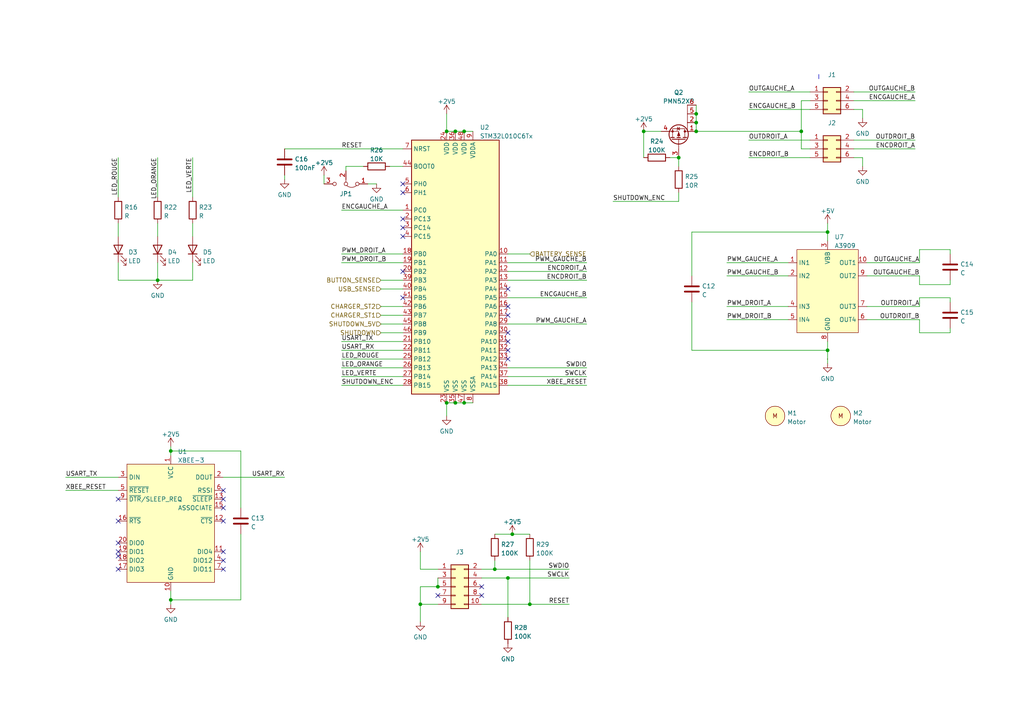
<source format=kicad_sch>
(kicad_sch (version 20211123) (generator eeschema)
  (paper "A4")
  (title_block (title "CPU + Com + Motors") (date "2022-06-08") (rev "1.0") (company "INSA - GEI"))
  (lib_symbols
    (symbol "Connector_Generic:Conn_02x03_Odd_Even" (pin_names (offset 1.016) hide)
      (property "Reference" "J" (at 1.27 5.08 0))
      (property "Value" "Conn_02x03_Odd_Even" (at 1.27 -5.08 0))
      (symbol "Conn_02x03_Odd_Even_1_1"
        (rectangle (start -1.27 -2.413) (end 0 -2.667) (stroke (width 0.1524)))
        (rectangle (start -1.27 0.127) (end 0 -0.127) (stroke (width 0.1524)))
        (rectangle (start -1.27 2.667) (end 0 2.413) (stroke (width 0.1524)))
        (rectangle (start -1.27 3.81) (end 3.81 -3.81) (stroke (width 0.254)) (fill (type background)))
        (rectangle (start 3.81 -2.413) (end 2.54 -2.667) (stroke (width 0.1524)))
        (rectangle (start 3.81 0.127) (end 2.54 -0.127) (stroke (width 0.1524)))
        (rectangle (start 3.81 2.667) (end 2.54 2.413) (stroke (width 0.1524)))
        (pin passive line (at -5.08 2.54 0) (length 3.81) (name "Pin_1") (number "1"))
        (pin passive line (at 7.62 2.54 180) (length 3.81) (name "Pin_2") (number "2"))
        (pin passive line (at -5.08 0 0) (length 3.81) (name "Pin_3") (number "3"))
        (pin passive line (at 7.62 0 180) (length 3.81) (name "Pin_4") (number "4"))
        (pin passive line (at -5.08 -2.54 0) (length 3.81) (name "Pin_5") (number "5"))
        (pin passive line (at 7.62 -2.54 180) (length 3.81) (name "Pin_6") (number "6"))
      )
    )
    (symbol "Connector_Generic:Conn_02x05_Odd_Even" (pin_names (offset 1.016) hide)
      (property "Reference" "J" (at 1.27 7.62 0))
      (property "Value" "Conn_02x05_Odd_Even" (at 1.27 -7.62 0))
      (symbol "Conn_02x05_Odd_Even_1_1"
        (rectangle (start -1.27 -4.953) (end 0 -5.207) (stroke (width 0.1524)))
        (rectangle (start -1.27 -2.413) (end 0 -2.667) (stroke (width 0.1524)))
        (rectangle (start -1.27 0.127) (end 0 -0.127) (stroke (width 0.1524)))
        (rectangle (start -1.27 2.667) (end 0 2.413) (stroke (width 0.1524)))
        (rectangle (start -1.27 5.207) (end 0 4.953) (stroke (width 0.1524)))
        (rectangle (start -1.27 6.35) (end 3.81 -6.35) (stroke (width 0.254)) (fill (type background)))
        (rectangle (start 3.81 -4.953) (end 2.54 -5.207) (stroke (width 0.1524)))
        (rectangle (start 3.81 -2.413) (end 2.54 -2.667) (stroke (width 0.1524)))
        (rectangle (start 3.81 0.127) (end 2.54 -0.127) (stroke (width 0.1524)))
        (rectangle (start 3.81 2.667) (end 2.54 2.413) (stroke (width 0.1524)))
        (rectangle (start 3.81 5.207) (end 2.54 4.953) (stroke (width 0.1524)))
        (pin passive line (at -5.08 5.08 0) (length 3.81) (name "Pin_1") (number "1"))
        (pin passive line (at 7.62 -5.08 180) (length 3.81) (name "Pin_10") (number "10"))
        (pin passive line (at 7.62 5.08 180) (length 3.81) (name "Pin_2") (number "2"))
        (pin passive line (at -5.08 2.54 0) (length 3.81) (name "Pin_3") (number "3"))
        (pin passive line (at 7.62 2.54 180) (length 3.81) (name "Pin_4") (number "4"))
        (pin passive line (at -5.08 0 0) (length 3.81) (name "Pin_5") (number "5"))
        (pin passive line (at 7.62 0 180) (length 3.81) (name "Pin_6") (number "6"))
        (pin passive line (at -5.08 -2.54 0) (length 3.81) (name "Pin_7") (number "7"))
        (pin passive line (at 7.62 -2.54 180) (length 3.81) (name "Pin_8") (number "8"))
        (pin passive line (at -5.08 -5.08 0) (length 3.81) (name "Pin_9") (number "9"))
      )
    )
    (symbol "Device:C" (pin_numbers hide) (pin_names (offset 0.254))
      (property "Reference" "C" (at 0.635 2.54 0))
      (property "Value" "C" (at 0.635 -2.54 0))
      (symbol "C_0_1"
        (polyline (pts (xy -2.032 -0.762) (xy 2.032 -0.762)) (stroke (width 0.508)))
        (polyline (pts (xy -2.032 0.762) (xy 2.032 0.762)) (stroke (width 0.508)))
      )
      (symbol "C_1_1"
        (pin passive line (at 0 3.81 270) (length 2.794) (name "~") (number "1"))
        (pin passive line (at 0 -3.81 90) (length 2.794) (name "~") (number "2"))
      )
    )
    (symbol "Device:LED" (pin_numbers hide) (pin_names (offset 1.016) hide)
      (property "Reference" "D" (at 0 2.54 0))
      (property "Value" "LED" (at 0 -2.54 0))
      (symbol "LED_0_1"
        (polyline (pts (xy -1.27 -1.27) (xy -1.27 1.27)) (stroke (width 0.254)))
        (polyline (pts (xy -1.27 0) (xy 1.27 0)))
        (polyline (pts (xy 1.27 -1.27) (xy 1.27 1.27) (xy -1.27 0) (xy 1.27 -1.27)) (stroke (width 0.254)))
        (polyline (pts (xy -3.048 -0.762) (xy -4.572 -2.286) (xy -3.81 -2.286) (xy -4.572 -2.286) (xy -4.572 -1.524)))
        (polyline (pts (xy -1.778 -0.762) (xy -3.302 -2.286) (xy -2.54 -2.286) (xy -3.302 -2.286) (xy -3.302 -1.524)))
      )
      (symbol "LED_1_1"
        (pin passive line (at -3.81 0 0) (length 2.54) (name "K") (number "1"))
        (pin passive line (at 3.81 0 180) (length 2.54) (name "A") (number "2"))
      )
    )
    (symbol "Device:R" (pin_numbers hide) (pin_names (offset 0))
      (property "Reference" "R" (at 2.032 0 90))
      (property "Value" "R" (at 0 0 90))
      (symbol "R_0_1"
        (rectangle (start -1.016 -2.54) (end 1.016 2.54) (stroke (width 0.254)))
      )
      (symbol "R_1_1"
        (pin passive line (at 0 3.81 270) (length 1.27) (name "~") (number "1"))
        (pin passive line (at 0 -3.81 90) (length 1.27) (name "~") (number "2"))
      )
    )
    (symbol "Insa:A3909"
      (property "Reference" "U" (at -7.62 15.24 0))
      (property "Value" "A3909" (at 6.35 -13.97 0))
      (symbol "A3909_0_1"
        (rectangle (start -8.89 12.7) (end 8.89 -11.43) (stroke (width 0.1524)) (fill (type background)))
        (rectangle (start 0 -19.05) (end 0 -19.05) (stroke (width 0.1524)))
        (rectangle (start 0 -19.05) (end 0 -19.05) (stroke (width 0.1524)))
        (rectangle (start 0 -19.05) (end 0 -19.05) (stroke (width 0.1524)))
        (rectangle (start 0 -19.05) (end 0 -19.05) (stroke (width 0.1524)))
      )
      (symbol "A3909_1_1"
        (pin input line (at -11.43 8.89 0) (length 2.54) (name "IN1") (number "1"))
        (pin output line (at 11.43 8.89 180) (length 2.54) (name "OUT1") (number "10"))
        (pin input line (at -11.43 5.08 0) (length 2.54) (name "IN2") (number "2"))
        (pin power_in line (at 0 15.24 270) (length 2.54) (name "VBB") (number "3"))
        (pin input line (at -11.43 -3.81 0) (length 2.54) (name "IN3") (number "4"))
        (pin input line (at -11.43 -7.62 0) (length 2.54) (name "IN4") (number "5"))
        (pin output line (at 11.43 -7.62 180) (length 2.54) (name "OUT4") (number "6"))
        (pin output line (at 11.43 -3.81 180) (length 2.54) (name "OUT3") (number "7"))
        (pin power_in line (at 0 -13.97 90) (length 2.54) (name "GND") (number "8"))
        (pin output line (at 11.43 5.08 180) (length 2.54) (name "OUT2") (number "9"))
      )
    )
    (symbol "Insa:Motor"
      (property "Reference" "M" (at 0 3.81 0))
      (property "Value" "Motor" (at 0 -5.08 0))
      (symbol "Motor_0_0"
        (text "M" (at 0 0 0) (effects (font (size 1.27 1.27))))
      )
      (symbol "Motor_0_1"
        (circle (center 0 0) (radius 2.8398) (stroke (width 0.1524)) (fill (type background)))
      )
    )
    (symbol "Insa:PMN52XP" (pin_names (offset 0) hide)
      (property "Reference" "Q" (at 5.08 1.27 0))
      (property "Value" "PMN52XP" (at 5.08 -1.27 0))
      (symbol "PMN52XP_0_1"
        (polyline (pts (xy 0.254 0) (xy -2.54 0)))
        (polyline (pts (xy 0.254 1.905) (xy 0.254 -1.905)) (stroke (width 0.254)))
        (polyline (pts (xy 0.762 -1.27) (xy 0.762 -2.286)) (stroke (width 0.254)))
        (polyline (pts (xy 0.762 0.508) (xy 0.762 -0.508)) (stroke (width 0.254)))
        (polyline (pts (xy 0.762 2.286) (xy 0.762 1.27)) (stroke (width 0.254)))
        (polyline (pts (xy 10.16 2.54) (xy 5.08 2.54)) (stroke (width 0.1524)))
        (polyline (pts (xy 2.54 -2.54) (xy 2.54 0) (xy 0.762 0)))
        (polyline (pts (xy 5.08 2.54) (xy 2.54 2.54) (xy 2.54 1.778)))
        (polyline (pts (xy 0.762 1.778) (xy 3.302 1.778) (xy 3.302 -1.778) (xy 0.762 -1.778)))
        (polyline (pts (xy 2.286 0) (xy 1.27 0.381) (xy 1.27 -0.381) (xy 2.286 0)) (fill (type outline)))
        (polyline (pts (xy 2.794 -0.508) (xy 2.921 -0.381) (xy 3.683 -0.381) (xy 3.81 -0.254)))
        (polyline (pts (xy 3.302 -0.381) (xy 2.921 0.254) (xy 3.683 0.254) (xy 3.302 -0.381)))
        (circle (center 1.651 0) (radius 2.794) (stroke (width 0.254)))
        (circle (center 2.54 -1.778) (radius 0.254) (fill (type outline)))
        (circle (center 2.54 1.778) (radius 0.254) (fill (type outline)))
      )
      (symbol "PMN52XP_1_1"
        (pin passive line (at 2.54 5.08 270) (length 2.54) (name "D") (number "1"))
        (pin passive line (at 5.08 5.08 270) (length 2.54) (name "D") (number "2"))
        (pin input line (at -5.08 0 0) (length 2.54) (name "G") (number "3"))
        (pin passive line (at 2.54 -5.08 90) (length 2.54) (name "S") (number "4"))
        (pin passive line (at 7.62 5.08 270) (length 2.54) (name "D") (number "5"))
        (pin passive line (at 10.16 5.08 270) (length 2.54) (name "D") (number "6"))
      )
    )
    (symbol "Insa:XBEE-3"
      (property "Reference" "U" (at -21.59 -17.78 0))
      (property "Value" "XBEE-3" (at -21.59 -17.78 0))
      (symbol "XBEE-3_0_1"
        (rectangle (start -12.7 36.83) (end 12.7 2.54) (stroke (width 0.1524)) (fill (type background)))
      )
      (symbol "XBEE-3_1_1"
        (pin power_in line (at 0 39.37 270) (length 2.54) (name "VCC") (number "1"))
        (pin power_in line (at 0 0 90) (length 2.54) (name "GND") (number "10"))
        (pin bidirectional line (at 15.24 11.43 180) (length 2.54) (name "DIO4") (number "11"))
        (pin output line (at 15.24 20.32 180) (length 2.54) (name "~{CTS}") (number "12"))
        (pin output line (at 15.24 26.67 180) (length 2.54) (name "~{SLEEP}") (number "13"))
        (pin output line (at 15.24 24.13 180) (length 2.54) (name "ASSOCIATE") (number "15"))
        (pin input line (at -15.24 20.32 0) (length 2.54) (name "~{RTS}") (number "16"))
        (pin bidirectional line (at -15.24 6.35 0) (length 2.54) (name "DIO3") (number "17"))
        (pin bidirectional line (at -15.24 8.89 0) (length 2.54) (name "DIO2") (number "18"))
        (pin bidirectional line (at -15.24 11.43 0) (length 2.54) (name "DIO1") (number "19"))
        (pin output line (at 15.24 33.02 180) (length 2.54) (name "DOUT") (number "2"))
        (pin bidirectional line (at -15.24 13.97 0) (length 2.54) (name "DIO0") (number "20"))
        (pin input line (at -15.24 33.02 0) (length 2.54) (name "DIN") (number "3"))
        (pin bidirectional line (at 15.24 8.89 180) (length 2.54) (name "DIO12") (number "4"))
        (pin input line (at -15.24 29.21 0) (length 2.54) (name "~{RESET}") (number "5"))
        (pin output line (at 15.24 29.21 180) (length 2.54) (name "RSSI") (number "6"))
        (pin bidirectional line (at 15.24 6.35 180) (length 2.54) (name "DIO11") (number "7"))
        (pin input line (at -15.24 26.67 0) (length 2.54) (name "~{DTR}/SLEEP_REQ") (number "9"))
      )
    )
    (symbol "Jumper:Jumper_3_Bridged12" (pin_names (offset 0) hide)
      (property "Reference" "JP" (at -2.54 -2.54 0))
      (property "Value" "Jumper_3_Bridged12" (at 0 2.794 0))
      (symbol "Jumper_3_Bridged12_0_0"
        (circle (center -3.302 0) (radius 0.508))
        (circle (center 0 0) (radius 0.508))
        (circle (center 3.302 0) (radius 0.508))
      )
      (symbol "Jumper_3_Bridged12_0_1"
        (arc (start -0.254 0.508) (mid -1.651 0.9912) (end -3.048 0.508))
        (polyline (pts (xy 0 -1.27) (xy 0 -0.508)))
      )
      (symbol "Jumper_3_Bridged12_1_1"
        (pin passive line (at -6.35 0 0) (length 2.54) (name "A") (number "1"))
        (pin passive line (at 0 -3.81 90) (length 2.54) (name "C") (number "2"))
        (pin passive line (at 6.35 0 180) (length 2.54) (name "B") (number "3"))
      )
    )
    (symbol "MCU_ST_STM32L0:STM32L031C6Tx"
      (property "Reference" "U" (at -12.7 36.83 0))
      (property "Value" "STM32L031C6Tx" (at 7.62 36.83 0))
      (symbol "STM32L031C6Tx_0_1"
        (rectangle (start -12.7 -38.1) (end 12.7 35.56) (stroke (width 0.254)) (fill (type background)))
      )
      (symbol "STM32L031C6Tx_1_1"
        (pin bidirectional line (at -15.24 15.24 0) (length 2.54) (name "PC0") (number "1"))
        (pin bidirectional line (at 15.24 2.54 180) (length 2.54) (name "PA0") (number "10"))
        (pin bidirectional line (at 15.24 0 180) (length 2.54) (name "PA1") (number "11"))
        (pin bidirectional line (at 15.24 -2.54 180) (length 2.54) (name "PA2") (number "12"))
        (pin bidirectional line (at 15.24 -5.08 180) (length 2.54) (name "PA3") (number "13"))
        (pin bidirectional line (at 15.24 -7.62 180) (length 2.54) (name "PA4") (number "14"))
        (pin bidirectional line (at 15.24 -10.16 180) (length 2.54) (name "PA5") (number "15"))
        (pin bidirectional line (at 15.24 -12.7 180) (length 2.54) (name "PA6") (number "16"))
        (pin bidirectional line (at 15.24 -15.24 180) (length 2.54) (name "PA7") (number "17"))
        (pin bidirectional line (at -15.24 2.54 0) (length 2.54) (name "PB0") (number "18"))
        (pin bidirectional line (at -15.24 0 0) (length 2.54) (name "PB1") (number "19"))
        (pin bidirectional line (at -15.24 12.7 0) (length 2.54) (name "PC13") (number "2"))
        (pin bidirectional line (at -15.24 -2.54 0) (length 2.54) (name "PB2") (number "20"))
        (pin bidirectional line (at -15.24 -22.86 0) (length 2.54) (name "PB10") (number "21"))
        (pin bidirectional line (at -15.24 -25.4 0) (length 2.54) (name "PB11") (number "22"))
        (pin power_in line (at -2.54 -40.64 90) (length 2.54) (name "VSS") (number "23"))
        (pin power_in line (at -2.54 38.1 270) (length 2.54) (name "VDD") (number "24"))
        (pin bidirectional line (at -15.24 -27.94 0) (length 2.54) (name "PB12") (number "25"))
        (pin bidirectional line (at -15.24 -30.48 0) (length 2.54) (name "PB13") (number "26"))
        (pin bidirectional line (at -15.24 -33.02 0) (length 2.54) (name "PB14") (number "27"))
        (pin bidirectional line (at -15.24 -35.56 0) (length 2.54) (name "PB15") (number "28"))
        (pin bidirectional line (at 15.24 -17.78 180) (length 2.54) (name "PA8") (number "29"))
        (pin bidirectional line (at -15.24 10.16 0) (length 2.54) (name "PC14") (number "3"))
        (pin bidirectional line (at 15.24 -20.32 180) (length 2.54) (name "PA9") (number "30"))
        (pin bidirectional line (at 15.24 -22.86 180) (length 2.54) (name "PA10") (number "31"))
        (pin bidirectional line (at 15.24 -25.4 180) (length 2.54) (name "PA11") (number "32"))
        (pin bidirectional line (at 15.24 -27.94 180) (length 2.54) (name "PA12") (number "33"))
        (pin bidirectional line (at 15.24 -30.48 180) (length 2.54) (name "PA13") (number "34"))
        (pin power_in line (at 0 -40.64 90) (length 2.54) (name "VSS") (number "35"))
        (pin power_in line (at 0 38.1 270) (length 2.54) (name "VDD") (number "36"))
        (pin bidirectional line (at 15.24 -33.02 180) (length 2.54) (name "PA14") (number "37"))
        (pin bidirectional line (at 15.24 -35.56 180) (length 2.54) (name "PA15") (number "38"))
        (pin bidirectional line (at -15.24 -5.08 0) (length 2.54) (name "PB3") (number "39"))
        (pin bidirectional line (at -15.24 7.62 0) (length 2.54) (name "PC15") (number "4"))
        (pin bidirectional line (at -15.24 -7.62 0) (length 2.54) (name "PB4") (number "40"))
        (pin bidirectional line (at -15.24 -10.16 0) (length 2.54) (name "PB5") (number "41"))
        (pin bidirectional line (at -15.24 -12.7 0) (length 2.54) (name "PB6") (number "42"))
        (pin bidirectional line (at -15.24 -15.24 0) (length 2.54) (name "PB7") (number "43"))
        (pin input line (at -15.24 27.94 0) (length 2.54) (name "BOOT0") (number "44"))
        (pin bidirectional line (at -15.24 -17.78 0) (length 2.54) (name "PB8") (number "45"))
        (pin bidirectional line (at -15.24 -20.32 0) (length 2.54) (name "PB9") (number "46"))
        (pin power_in line (at 2.54 -40.64 90) (length 2.54) (name "VSS") (number "47"))
        (pin power_in line (at 2.54 38.1 270) (length 2.54) (name "VDD") (number "48"))
        (pin input line (at -15.24 22.86 0) (length 2.54) (name "PH0") (number "5"))
        (pin input line (at -15.24 20.32 0) (length 2.54) (name "PH1") (number "6"))
        (pin input line (at -15.24 33.02 0) (length 2.54) (name "NRST") (number "7"))
        (pin power_in line (at 5.08 -40.64 90) (length 2.54) (name "VSSA") (number "8"))
        (pin power_in line (at 5.08 38.1 270) (length 2.54) (name "VDDA") (number "9"))
      )
    )
    (symbol "power:+2V5" (power) (pin_names (offset 0))
      (property "Value" "+2V5" (at 0 3.556 0))
      (symbol "+2V5_0_1"
        (polyline (pts (xy -0.762 1.27) (xy 0 2.54)))
        (polyline (pts (xy 0 0) (xy 0 2.54)))
        (polyline (pts (xy 0 2.54) (xy 0.762 1.27)))
      )
      (symbol "+2V5_1_1"
        (pin power_in line (at 0 0 90) (length 0) hide (name "+2V5") (number "1"))
      )
    )
    (symbol "power:+5V" (power) (pin_names (offset 0))
      (property "Value" "+5V" (at 0 3.556 0))
      (symbol "+5V_0_1"
        (polyline (pts (xy -0.762 1.27) (xy 0 2.54)))
        (polyline (pts (xy 0 0) (xy 0 2.54)))
        (polyline (pts (xy 0 2.54) (xy 0.762 1.27)))
      )
      (symbol "+5V_1_1"
        (pin power_in line (at 0 0 90) (length 0) hide (name "+5V") (number "1"))
      )
    )
    (symbol "power:GND" (power) (pin_names (offset 0))
      (property "Value" "GND" (at 0 -3.81 0))
      (symbol "GND_0_1"
        (polyline (pts (xy 0 0) (xy 0 -1.27) (xy 1.27 -1.27) (xy 0 -2.54) (xy -1.27 -1.27) (xy 0 -1.27)))
      )
      (symbol "GND_1_1"
        (pin power_in line (at 0 0 270) (length 0) hide (name "GND") (number "1"))
      )
    )
  )
  (junction (at 240.03 101.6))
  (junction (at 201.93 33.02))
  (junction (at 134.62 116.84))
  (junction (at 49.53 130.81))
  (junction (at 240.03 67.31))
  (junction (at 201.93 38.1))
  (junction (at 45.72 81.28))
  (junction (at 153.67 175.26))
  (junction (at 201.93 35.56))
  (junction (at 129.54 38.1))
  (junction (at 49.53 173.99))
  (junction (at 186.69 38.1))
  (junction (at 127 170.18))
  (junction (at 196.85 45.72))
  (junction (at 147.32 167.64))
  (junction (at 134.62 38.1))
  (junction (at 143.51 165.1))
  (junction (at 232.41 38.1))
  (junction (at 148.59 154.94))
  (junction (at 132.08 116.84))
  (junction (at 132.08 38.1))
  (junction (at 129.54 116.84))
  (junction (at 121.92 175.26))
  (no_connect (at 116.84 68.58))
  (no_connect (at 116.84 78.74))
  (no_connect (at 116.84 86.36))
  (no_connect (at 116.84 53.34))
  (no_connect (at 116.84 55.88))
  (no_connect (at 116.84 63.5))
  (no_connect (at 116.84 66.04))
  (no_connect (at 147.32 83.82))
  (no_connect (at 147.32 88.9))
  (no_connect (at 147.32 91.44))
  (no_connect (at 147.32 96.52))
  (no_connect (at 147.32 99.06))
  (no_connect (at 147.32 101.6))
  (no_connect (at 147.32 104.14))
  (no_connect (at 34.29 144.78))
  (no_connect (at 64.77 151.13))
  (no_connect (at 64.77 160.02))
  (no_connect (at 64.77 162.56))
  (no_connect (at 64.77 165.1))
  (no_connect (at 64.77 142.24))
  (no_connect (at 64.77 144.78))
  (no_connect (at 64.77 147.32))
  (no_connect (at 34.29 165.1))
  (no_connect (at 34.29 161.29))
  (no_connect (at 34.29 160.02))
  (no_connect (at 34.29 157.48))
  (no_connect (at 34.29 151.13))
  (no_connect (at 127 172.72))
  (no_connect (at 139.7 172.72))
  (no_connect (at 139.7 170.18))
  (wire (pts (xy 250.19 31.75) (xy 250.19 34.29)))
  (wire (pts (xy 275.59 82.55) (xy 275.59 81.28)))
  (wire (pts (xy 200.66 67.31) (xy 240.03 67.31)))
  (wire (pts (xy 99.06 73.66) (xy 116.84 73.66)))
  (wire (pts (xy 232.41 43.18) (xy 234.95 43.18)))
  (wire (pts (xy 251.46 88.9) (xy 266.7 88.9)))
  (wire (pts (xy 201.93 35.56) (xy 201.93 38.1)))
  (wire (pts (xy 201.93 30.48) (xy 201.93 33.02)))
  (wire (pts (xy 266.7 88.9) (xy 266.7 86.36)))
  (wire (pts (xy 129.54 116.84) (xy 129.54 120.65)))
  (wire (pts (xy 127 170.18) (xy 121.92 170.18)))
  (wire (pts (xy 247.65 31.75) (xy 250.19 31.75)))
  (wire (pts (xy 121.92 175.26) (xy 121.92 180.34)))
  (wire (pts (xy 82.55 50.8) (xy 82.55 52.07)))
  (wire (pts (xy 19.05 142.24) (xy 34.29 142.24)))
  (wire (pts (xy 99.06 109.22) (xy 116.84 109.22)))
  (wire (pts (xy 129.54 116.84) (xy 132.08 116.84)))
  (wire (pts (xy 232.41 38.1) (xy 232.41 43.18)))
  (wire (pts (xy 247.65 40.64) (xy 265.43 40.64)))
  (wire (pts (xy 200.66 80.01) (xy 200.66 67.31)))
  (wire (pts (xy 147.32 81.28) (xy 170.18 81.28)))
  (wire (pts (xy 64.77 138.43) (xy 82.55 138.43)))
  (wire (pts (xy 69.85 130.81) (xy 69.85 147.32)))
  (wire (pts (xy 99.06 106.68) (xy 116.84 106.68)))
  (wire (pts (xy 217.17 45.72) (xy 234.95 45.72)))
  (wire (pts (xy 196.85 55.88) (xy 196.85 58.42)))
  (wire (pts (xy 147.32 86.36) (xy 170.18 86.36)))
  (wire (pts (xy 55.88 64.77) (xy 55.88 68.58)))
  (wire (pts (xy 266.7 92.71) (xy 266.7 96.52)))
  (wire (pts (xy 275.59 72.39) (xy 275.59 73.66)))
  (wire (pts (xy 275.59 95.25) (xy 275.59 96.52)))
  (wire (pts (xy 49.53 173.99) (xy 69.85 173.99)))
  (wire (pts (xy 210.82 80.01) (xy 228.6 80.01)))
  (wire (pts (xy 45.72 81.28) (xy 55.88 81.28)))
  (wire (pts (xy 148.59 154.94) (xy 153.67 154.94)))
  (wire (pts (xy 93.98 50.8) (xy 93.98 53.34)))
  (wire (pts (xy 147.32 93.98) (xy 170.18 93.98)))
  (wire (pts (xy 110.49 93.98) (xy 116.84 93.98)))
  (wire (pts (xy 129.54 33.02) (xy 129.54 38.1)))
  (wire (pts (xy 127 167.64) (xy 127 170.18)))
  (wire (pts (xy 210.82 88.9) (xy 228.6 88.9)))
  (wire (pts (xy 34.29 45.72) (xy 34.29 57.15)))
  (wire (pts (xy 153.67 175.26) (xy 165.1 175.26)))
  (wire (pts (xy 200.66 87.63) (xy 200.66 101.6)))
  (wire (pts (xy 266.7 80.01) (xy 266.7 82.55)))
  (wire (pts (xy 240.03 99.06) (xy 240.03 101.6)))
  (wire (pts (xy 147.32 111.76) (xy 170.18 111.76)))
  (wire (pts (xy 217.17 40.64) (xy 234.95 40.64)))
  (wire (pts (xy 240.03 64.77) (xy 240.03 67.31)))
  (wire (pts (xy 55.88 81.28) (xy 55.88 76.2)))
  (wire (pts (xy 201.93 33.02) (xy 201.93 35.56)))
  (wire (pts (xy 232.41 29.21) (xy 232.41 38.1)))
  (wire (pts (xy 99.06 99.06) (xy 116.84 99.06)))
  (wire (pts (xy 147.32 73.66) (xy 153.67 73.66)))
  (wire (pts (xy 147.32 106.68) (xy 170.18 106.68)))
  (wire (pts (xy 134.62 38.1) (xy 137.16 38.1)))
  (wire (pts (xy 110.49 83.82) (xy 116.84 83.82)))
  (wire (pts (xy 69.85 154.94) (xy 69.85 173.99)))
  (wire (pts (xy 99.06 104.14) (xy 116.84 104.14)))
  (wire (pts (xy 139.7 165.1) (xy 143.51 165.1)))
  (wire (pts (xy 134.62 116.84) (xy 137.16 116.84)))
  (wire (pts (xy 45.72 45.72) (xy 45.72 57.15)))
  (wire (pts (xy 247.65 26.67) (xy 265.43 26.67)))
  (wire (pts (xy 147.32 167.64) (xy 147.32 179.07)))
  (wire (pts (xy 210.82 92.71) (xy 228.6 92.71)))
  (wire (pts (xy 132.08 38.1) (xy 134.62 38.1)))
  (wire (pts (xy 132.08 116.84) (xy 134.62 116.84)))
  (wire (pts (xy 247.65 45.72) (xy 250.19 45.72)))
  (wire (pts (xy 121.92 170.18) (xy 121.92 175.26)))
  (wire (pts (xy 49.53 173.99) (xy 49.53 175.26)))
  (polyline (pts (xy 237.49 21.59) (xy 237.49 22.86)))
  (wire (pts (xy 99.06 76.2) (xy 116.84 76.2)))
  (wire (pts (xy 139.7 175.26) (xy 153.67 175.26)))
  (wire (pts (xy 275.59 86.36) (xy 275.59 87.63)))
  (wire (pts (xy 110.49 91.44) (xy 116.84 91.44)))
  (wire (pts (xy 99.06 111.76) (xy 116.84 111.76)))
  (wire (pts (xy 217.17 26.67) (xy 234.95 26.67)))
  (wire (pts (xy 143.51 162.56) (xy 143.51 165.1)))
  (wire (pts (xy 250.19 45.72) (xy 250.19 48.26)))
  (wire (pts (xy 240.03 67.31) (xy 240.03 69.85)))
  (wire (pts (xy 49.53 171.45) (xy 49.53 173.99)))
  (wire (pts (xy 251.46 76.2) (xy 266.7 76.2)))
  (wire (pts (xy 110.49 88.9) (xy 116.84 88.9)))
  (wire (pts (xy 194.31 45.72) (xy 196.85 45.72)))
  (wire (pts (xy 247.65 43.18) (xy 265.43 43.18)))
  (wire (pts (xy 217.17 31.75) (xy 234.95 31.75)))
  (wire (pts (xy 129.54 38.1) (xy 132.08 38.1)))
  (wire (pts (xy 49.53 129.54) (xy 49.53 130.81)))
  (wire (pts (xy 19.05 138.43) (xy 34.29 138.43)))
  (wire (pts (xy 55.88 45.72) (xy 55.88 57.15)))
  (wire (pts (xy 82.55 43.18) (xy 116.84 43.18)))
  (wire (pts (xy 143.51 154.94) (xy 148.59 154.94)))
  (wire (pts (xy 240.03 101.6) (xy 240.03 105.41)))
  (wire (pts (xy 143.51 165.1) (xy 165.1 165.1)))
  (wire (pts (xy 186.69 45.72) (xy 186.69 38.1)))
  (wire (pts (xy 153.67 162.56) (xy 153.67 175.26)))
  (wire (pts (xy 147.32 78.74) (xy 170.18 78.74)))
  (wire (pts (xy 45.72 64.77) (xy 45.72 68.58)))
  (wire (pts (xy 201.93 38.1) (xy 232.41 38.1)))
  (wire (pts (xy 210.82 76.2) (xy 228.6 76.2)))
  (wire (pts (xy 266.7 96.52) (xy 275.59 96.52)))
  (wire (pts (xy 106.68 53.34) (xy 109.22 53.34)))
  (wire (pts (xy 266.7 82.55) (xy 275.59 82.55)))
  (wire (pts (xy 100.33 48.26) (xy 100.33 49.53)))
  (wire (pts (xy 266.7 76.2) (xy 266.7 72.39)))
  (wire (pts (xy 200.66 101.6) (xy 240.03 101.6)))
  (wire (pts (xy 49.53 130.81) (xy 69.85 130.81)))
  (wire (pts (xy 147.32 167.64) (xy 165.1 167.64)))
  (wire (pts (xy 45.72 76.2) (xy 45.72 81.28)))
  (wire (pts (xy 147.32 76.2) (xy 170.18 76.2)))
  (wire (pts (xy 266.7 86.36) (xy 275.59 86.36)))
  (wire (pts (xy 110.49 96.52) (xy 116.84 96.52)))
  (wire (pts (xy 99.06 101.6) (xy 116.84 101.6)))
  (wire (pts (xy 34.29 64.77) (xy 34.29 68.58)))
  (wire (pts (xy 105.41 48.26) (xy 100.33 48.26)))
  (wire (pts (xy 186.69 38.1) (xy 191.77 38.1)))
  (wire (pts (xy 49.53 130.81) (xy 49.53 132.08)))
  (wire (pts (xy 110.49 81.28) (xy 116.84 81.28)))
  (wire (pts (xy 147.32 109.22) (xy 170.18 109.22)))
  (wire (pts (xy 251.46 80.01) (xy 266.7 80.01)))
  (wire (pts (xy 34.29 81.28) (xy 45.72 81.28)))
  (wire (pts (xy 247.65 29.21) (xy 265.43 29.21)))
  (wire (pts (xy 251.46 92.71) (xy 266.7 92.71)))
  (wire (pts (xy 139.7 167.64) (xy 147.32 167.64)))
  (wire (pts (xy 121.92 175.26) (xy 127 175.26)))
  (wire (pts (xy 121.92 160.02) (xy 121.92 165.1)))
  (wire (pts (xy 127 165.1) (xy 121.92 165.1)))
  (wire (pts (xy 266.7 72.39) (xy 275.59 72.39)))
  (wire (pts (xy 99.06 60.96) (xy 116.84 60.96)))
  (wire (pts (xy 113.03 48.26) (xy 116.84 48.26)))
  (wire (pts (xy 34.29 76.2) (xy 34.29 81.28)))
  (wire (pts (xy 196.85 45.72) (xy 196.85 48.26)))
  (wire (pts (xy 177.8 58.42) (xy 196.85 58.42)))
  (wire (pts (xy 232.41 29.21) (xy 234.95 29.21)))
  (label "ENCDROIT_B" (at 170.18 81.28 180))
  (label "USART_TX" (at 19.05 138.43 0))
  (label "SHUTDOWN_ENC" (at 99.06 111.76 0))
  (label "PWM_DROIT_B" (at 210.82 92.71 0))
  (label "PWM_DROIT_A" (at 210.82 88.9 0))
  (label "USART_RX" (at 99.06 101.6 0))
  (label "PWM_GAUCHE_A" (at 210.82 76.2 0))
  (label "OUTDROIT_A" (at 217.17 40.64 0))
  (label "LED_ORANGE" (at 45.72 45.72 270))
  (label "ENCDROIT_A" (at 265.43 43.18 180))
  (label "ENCDROIT_A" (at 170.18 78.74 180))
  (label "SWCLK" (at 170.18 109.22 180))
  (label "ENCGAUCHE_A" (at 99.06 60.96 0))
  (label "PWM_DROIT_B" (at 99.06 76.2 0))
  (label "PWM_GAUCHE_B" (at 170.18 76.2 180))
  (label "OUTGAUCHE_B" (at 266.7 80.01 180))
  (label "PWM_GAUCHE_B" (at 210.82 80.01 0))
  (label "OUTGAUCHE_B" (at 265.43 26.67 180))
  (label "PWM_DROIT_A" (at 99.06 73.66 0))
  (label "USART_RX" (at 82.55 138.43 180))
  (label "USART_TX" (at 99.06 99.06 0))
  (label "ENCGAUCHE_B" (at 170.18 86.36 180))
  (label "SWCLK" (at 165.1 167.64 180))
  (label "LED_ROUGE" (at 34.29 45.72 270))
  (label "XBEE_RESET" (at 19.05 142.24 0))
  (label "XBEE_RESET" (at 170.18 111.76 180))
  (label "SHUTDOWN_ENC" (at 177.8 58.42 0))
  (label "ENCDROIT_B" (at 217.17 45.72 0))
  (label "OUTDROIT_B" (at 265.43 40.64 180))
  (label "ENCGAUCHE_B" (at 217.17 31.75 0))
  (label "OUTGAUCHE_A" (at 217.17 26.67 0))
  (label "LED_ORANGE" (at 99.06 106.68 0))
  (label "OUTGAUCHE_A" (at 266.7 76.2 180))
  (label "SWDIO" (at 170.18 106.68 180))
  (label "PWM_GAUCHE_A" (at 170.18 93.98 180))
  (label "OUTDROIT_B" (at 266.7 92.71 180))
  (label "RESET" (at 165.1 175.26 180))
  (label "LED_ROUGE" (at 99.06 104.14 0))
  (label "LED_VERTE" (at 99.06 109.22 0))
  (label "OUTDROIT_A" (at 266.7 88.9 180))
  (label "LED_VERTE" (at 55.88 45.72 270))
  (label "ENCGAUCHE_A" (at 265.43 29.21 180))
  (label "SWDIO" (at 165.1 165.1 180))
  (label "RESET" (at 99.06 43.18 0))
  (hierarchical_label "CHARGER_ST1" (shape input) (at 110.49 91.44 180))
  (hierarchical_label "USB_SENSE" (shape input) (at 110.49 83.82 180))
  (hierarchical_label "SHUTDOWN" (shape input) (at 110.49 96.52 180))
  (hierarchical_label "BATTERY_SENSE" (shape input) (at 153.67 73.66 0))
  (hierarchical_label "BUTTON_SENSE" (shape input) (at 110.49 81.28 180))
  (hierarchical_label "SHUTDOWN_5V" (shape input) (at 110.49 93.98 180))
  (hierarchical_label "CHARGER_ST2" (shape input) (at 110.49 88.9 180))
  (symbol (lib_id "power:GND") (at 109.22 53.34 0) (unit 1)
    (property "Reference" "#PWR030" (effects hide))
    (property "Value" "GND" (at 109.22 57.7834 0))
  )
  (symbol (lib_id "Device:C") (at 275.59 77.47 0) (unit 1)
    (property "Reference" "C14" (at 278.511 76.6353 0) (effects (justify left)))
    (property "Value" "C" (at 278.511 79.1722 0) (effects (justify left)))
    (property "Footprint" "Capacitor_SMD:C_0805_2012Metric" (effects hide))
  )
  (symbol (lib_id "power:GND") (at 147.32 186.69 0) (unit 1)
    (property "Reference" "#PWR033" (effects hide))
    (property "Value" "GND" (at 147.32 191.1334 0))
  )
  (symbol (lib_id "power:+2V5") (at 49.53 129.54 0) (unit 1)
    (property "Reference" "#PWR0103" (effects hide))
    (property "Value" "+2V5" (at 49.53 125.9642 0))
  )
  (symbol (lib_id "power:GND") (at 240.03 105.41 0) (unit 1)
    (property "Reference" "#PWR0106" (effects hide))
    (property "Value" "GND" (at 240.03 109.8534 0))
  )
  (symbol (lib_id "Device:C") (at 200.66 83.82 0) (unit 1)
    (property "Reference" "C12" (at 203.581 82.9853 0) (effects (justify left)))
    (property "Value" "C" (at 203.581 85.5222 0) (effects (justify left)))
    (property "Footprint" "Capacitor_SMD:C_0805_2012Metric" (effects hide))
  )
  (symbol (lib_id "Device:C") (at 275.59 91.44 0) (unit 1)
    (property "Reference" "C15" (at 278.511 90.6053 0) (effects (justify left)))
    (property "Value" "C" (at 278.511 93.1422 0) (effects (justify left)))
    (property "Footprint" "Capacitor_SMD:C_0805_2012Metric" (effects hide))
  )
  (symbol (lib_id "Device:LED") (at 45.72 72.39 90) (unit 1)
    (property "Reference" "D4" (at 48.641 73.1428 90) (effects (justify right)))
    (property "Value" "LED" (at 48.641 75.6797 90) (effects (justify right)))
    (property "Footprint" "Diode_SMD:D_0805_2012Metric" (effects hide))
  )
  (symbol (lib_id "power:GND") (at 49.53 175.26 0) (unit 1)
    (property "Reference" "#PWR0101" (effects hide))
    (property "Value" "GND" (at 49.53 179.7034 0))
  )
  (symbol (lib_id "Device:C") (at 69.85 151.13 0) (unit 1)
    (property "Reference" "C13" (at 72.771 150.2953 0) (effects (justify left)))
    (property "Value" "C" (at 72.771 152.8322 0) (effects (justify left)))
    (property "Footprint" "Capacitor_SMD:C_0805_2012Metric" (effects hide))
  )
  (symbol (lib_id "Device:LED") (at 34.29 72.39 90) (unit 1)
    (property "Reference" "D3" (at 37.211 73.1428 90) (effects (justify right)))
    (property "Value" "LED" (at 37.211 75.6797 90) (effects (justify right)))
    (property "Footprint" "Diode_SMD:D_0805_2012Metric" (effects hide))
  )
  (symbol (lib_id "power:+5V") (at 240.03 64.77 0) (unit 1)
    (property "Reference" "#PWR024" (effects hide))
    (property "Value" "+5V" (at 240.03 61.1942 0))
  )
  (symbol (lib_id "Device:R") (at 153.67 158.75 0) (unit 1)
    (property "Reference" "R29" (at 155.448 157.9153 0) (effects (justify left)))
    (property "Value" "100K" (at 155.448 160.4522 0) (effects (justify left)))
    (property "Footprint" "Resistor_SMD:R_0805_2012Metric" (effects hide))
  )
  (symbol (lib_id "Jumper:Jumper_3_Bridged12") (at 100.33 53.34 180) (unit 1)
    (property "Reference" "JP1" (at 100.33 56.2346 0))
    (property "Value" "Jumper_3_Bridged12" (effects hide))
    (property "Footprint" "Jumper:SolderJumper-3_P1.3mm_Open_RoundedPad1.0x1.5mm_NumberLabels" (effects hide))
  )
  (symbol (lib_id "power:GND") (at 250.19 48.26 0) (unit 1)
    (property "Reference" "#PWR023" (effects hide))
    (property "Value" "GND" (at 250.19 52.7034 0))
  )
  (symbol (lib_id "Device:R") (at 34.29 60.96 0) (unit 1)
    (property "Reference" "R16" (at 36.068 60.1253 0) (effects (justify left)))
    (property "Value" "R" (at 36.068 62.6622 0) (effects (justify left)))
    (property "Footprint" "Resistor_SMD:R_0805_2012Metric" (effects hide))
  )
  (symbol (lib_id "Device:C") (at 82.55 46.99 0) (unit 1)
    (property "Reference" "C16" (at 85.471 46.1553 0) (effects (justify left)))
    (property "Value" "100nF" (at 85.471 48.6922 0) (effects (justify left)))
    (property "Footprint" "Capacitor_SMD:C_0805_2012Metric" (effects hide))
  )
  (symbol (lib_id "Device:R") (at 45.72 60.96 0) (unit 1)
    (property "Reference" "R22" (at 47.498 60.1253 0) (effects (justify left)))
    (property "Value" "R" (at 47.498 62.6622 0) (effects (justify left)))
    (property "Footprint" "Resistor_SMD:R_0805_2012Metric" (effects hide))
  )
  (symbol (lib_id "MCU_ST_STM32L0:STM32L031C6Tx") (at 132.08 76.2 0) (unit 1)
    (property "Reference" "U2" (at 139.1794 36.9402 0) (effects (justify left)))
    (property "Value" "STM32L010C6Tx" (at 139.1794 39.4771 0) (effects (justify left)))
    (property "Footprint" "Package_QFP:LQFP-48_7x7mm_P0.5mm" (effects hide))
    (property "Datasheet" "http://www.st.com/st-web-ui/static/active/en/resource/technical/document/datasheet/DM00140359.pdf" (effects hide))
  )
  (symbol (lib_id "power:GND") (at 82.55 52.07 0) (unit 1)
    (property "Reference" "#PWR028" (effects hide))
    (property "Value" "GND" (at 82.55 56.5134 0))
  )
  (symbol (lib_id "power:GND") (at 250.19 34.29 0) (unit 1)
    (property "Reference" "#PWR0104" (effects hide))
    (property "Value" "GND" (at 250.19 38.7334 0))
  )
  (symbol (lib_id "power:GND") (at 121.92 180.34 0) (unit 1)
    (property "Reference" "#PWR032" (effects hide))
    (property "Value" "GND" (at 121.92 184.7834 0))
  )
  (symbol (lib_id "Device:R") (at 109.22 48.26 90) (unit 1)
    (property "Reference" "R26" (at 109.22 43.5442 90))
    (property "Value" "10K" (at 109.22 46.0811 90))
    (property "Footprint" "Resistor_SMD:R_0805_2012Metric" (effects hide))
  )
  (symbol (lib_id "Device:LED") (at 55.88 72.39 90) (unit 1)
    (property "Reference" "D5" (at 58.801 73.1428 90) (effects (justify right)))
    (property "Value" "LED" (at 58.801 75.6797 90) (effects (justify right)))
    (property "Footprint" "Diode_SMD:D_0805_2012Metric" (effects hide))
  )
  (symbol (lib_id "power:+2V5") (at 121.92 160.02 0) (unit 1)
    (property "Reference" "#PWR031" (effects hide))
    (property "Value" "+2V5" (at 121.92 156.4442 0))
  )
  (symbol (lib_id "power:+2V5") (at 148.59 154.94 0) (unit 1)
    (property "Reference" "#PWR034" (effects hide))
    (property "Value" "+2V5" (at 148.59 151.3642 0))
  )
  (symbol (lib_id "Device:R") (at 55.88 60.96 0) (unit 1)
    (property "Reference" "R23" (at 57.658 60.1253 0) (effects (justify left)))
    (property "Value" "R" (at 57.658 62.6622 0) (effects (justify left)))
    (property "Footprint" "Resistor_SMD:R_0805_2012Metric" (effects hide))
  )
  (symbol (lib_id "Insa:XBEE-3") (at 49.53 171.45 0) (unit 1)
    (property "Reference" "U1" (at 51.5494 130.971 0) (effects (justify left)))
    (property "Value" "XBEE-3" (at 51.5494 133.5079 0) (effects (justify left)))
    (property "Footprint" "INSA:XBEE-3-TH" (effects hide))
  )
  (symbol (lib_id "power:+2V5") (at 93.98 50.8 0) (unit 1)
    (property "Reference" "#PWR029" (effects hide))
    (property "Value" "+2V5" (at 93.98 47.2242 0))
  )
  (symbol (lib_id "Connector_Generic:Conn_02x03_Odd_Even") (at 240.03 29.21 0) (unit 1)
    (property "Reference" "J1" (at 241.3 21.7002 0))
    (property "Value" "Conn_02x03_Odd_Even" (effects hide))
    (property "Footprint" "Connector_IDC:IDC-Header_2x03_P2.54mm_Vertical" (effects hide))
  )
  (symbol (lib_id "Device:R") (at 190.5 45.72 90) (unit 1)
    (property "Reference" "R24" (at 190.5 41.0042 90))
    (property "Value" "100K" (at 190.5 43.5411 90))
    (property "Footprint" "Resistor_SMD:R_0805_2012Metric" (effects hide))
  )
  (symbol (lib_id "power:GND") (at 45.72 81.28 0) (unit 1)
    (property "Reference" "#PWR0102" (effects hide))
    (property "Value" "GND" (at 45.72 85.7234 0))
  )
  (symbol (lib_id "Insa:Motor") (at 224.79 120.65 0) (unit 1)
    (property "Reference" "M1" (at 228.341 119.8153 0) (effects (justify left)))
    (property "Value" "Motor" (at 228.341 122.3522 0) (effects (justify left)))
    (property "Footprint" "INSA:Motor Pololu HPCB with encoder" (effects hide))
  )
  (symbol (lib_id "Insa:PMN52XP") (at 196.85 40.64 270) (mirror x) (unit 1)
    (property "Reference" "Q2" (at 196.85 26.831 90))
    (property "Value" "PMN52XP" (at 196.85 29.3679 90))
    (property "Footprint" "Package_SO:TSOP-6_1.65x3.05mm_P0.95mm" (effects hide))
  )
  (symbol (lib_id "Device:R") (at 147.32 182.88 0) (unit 1)
    (property "Reference" "R28" (at 149.098 182.0453 0) (effects (justify left)))
    (property "Value" "100K" (at 149.098 184.5822 0) (effects (justify left)))
    (property "Footprint" "Resistor_SMD:R_0805_2012Metric" (effects hide))
  )
  (symbol (lib_id "Insa:A3909") (at 240.03 85.09 0) (unit 1)
    (property "Reference" "U7" (at 242.0494 68.741 0) (effects (justify left)))
    (property "Value" "A3909" (at 242.0494 71.2779 0) (effects (justify left)))
    (property "Footprint" "Package_SO:SSOP-10_3.9x4.9mm_P1.00mm" (effects hide))
  )
  (symbol (lib_id "Connector_Generic:Conn_02x03_Odd_Even") (at 240.03 43.18 0) (unit 1)
    (property "Reference" "J2" (at 241.3 35.6702 0))
    (property "Value" "Conn_02x03_Odd_Even" (effects hide))
    (property "Footprint" "Connector_IDC:IDC-Header_2x03_P2.54mm_Vertical" (effects hide))
  )
  (symbol (lib_id "power:GND") (at 129.54 120.65 0) (unit 1)
    (property "Reference" "#PWR0107" (effects hide))
    (property "Value" "GND" (at 129.54 125.0934 0))
  )
  (symbol (lib_id "Device:R") (at 196.85 52.07 0) (unit 1)
    (property "Reference" "R25" (at 198.628 51.2353 0) (effects (justify left)))
    (property "Value" "10R" (at 198.628 53.7722 0) (effects (justify left)))
    (property "Footprint" "Resistor_SMD:R_0805_2012Metric" (effects hide))
  )
  (symbol (lib_id "power:+2V5") (at 129.54 33.02 0) (unit 1)
    (property "Reference" "#PWR0108" (effects hide))
    (property "Value" "+2V5" (at 129.54 29.4442 0))
  )
  (symbol (lib_id "Device:R") (at 143.51 158.75 0) (unit 1)
    (property "Reference" "R27" (at 145.288 157.9153 0) (effects (justify left)))
    (property "Value" "100K" (at 145.288 160.4522 0) (effects (justify left)))
    (property "Footprint" "Resistor_SMD:R_0805_2012Metric" (effects hide))
  )
  (symbol (lib_id "Connector_Generic:Conn_02x05_Odd_Even") (at 132.08 170.18 0) (unit 1)
    (property "Reference" "J3" (at 133.35 160.1302 0))
    (property "Value" "Conn_02x05_Odd_Even" (effects hide))
    (property "Footprint" "Connector_PinHeader_1.27mm:PinHeader_2x05_P1.27mm_Vertical_SMD" (effects hide))
  )
  (symbol (lib_id "Insa:Motor") (at 243.84 120.65 0) (unit 1)
    (property "Reference" "M2" (at 247.391 119.8153 0) (effects (justify left)))
    (property "Value" "Motor" (at 247.391 122.3522 0) (effects (justify left)))
    (property "Footprint" "INSA:Motor Pololu HPCB with encoder" (effects hide))
  )
  (symbol (lib_id "power:+2V5") (at 186.69 38.1 0) (unit 1)
    (property "Reference" "#PWR021" (effects hide))
    (property "Value" "+2V5" (at 186.69 34.5242 0))
  )
)
</source>
